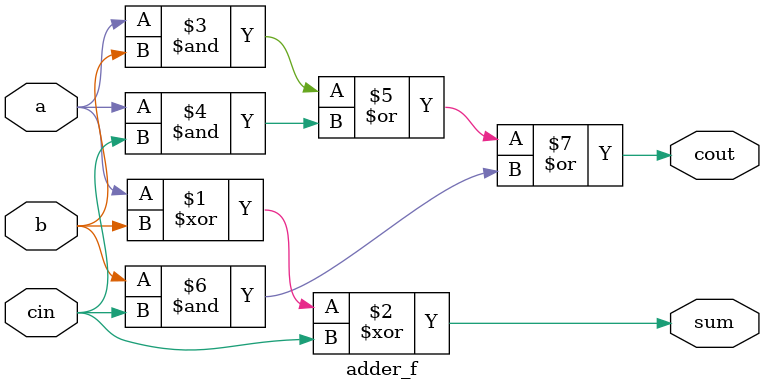
<source format=v>
module adder_f(sum, cout, a, b, cin);
input a, b, cin;
output sum, cout;

assign sum = a ^ b ^ cin;
assign cout = (a&b) | (a&cin) | (b&cin);

endmodule


</source>
